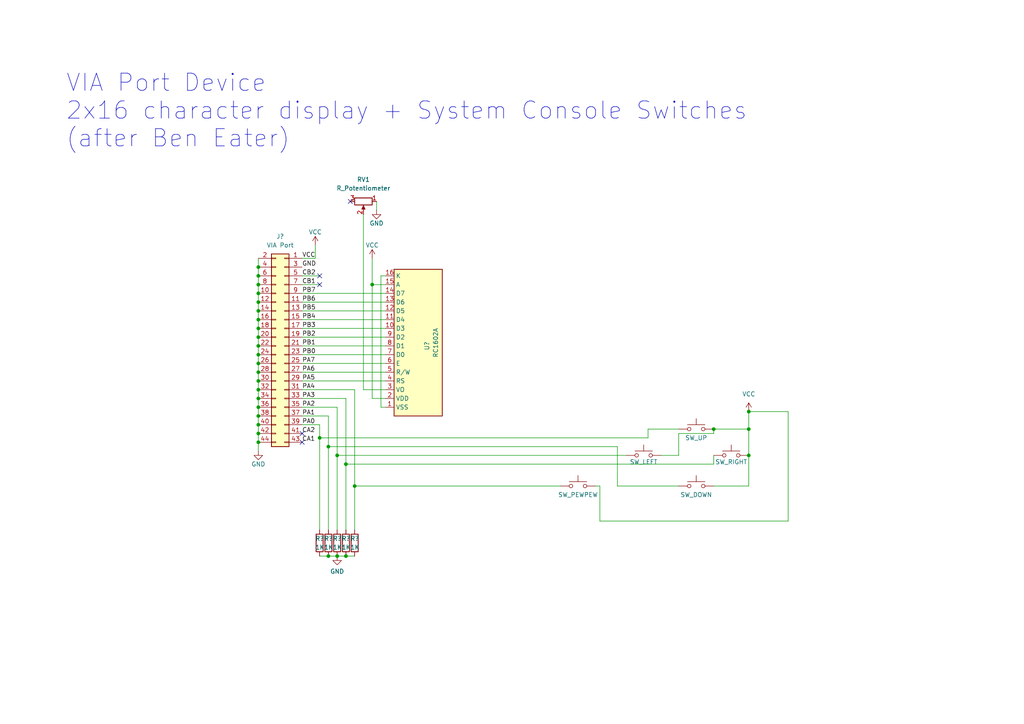
<source format=kicad_sch>
(kicad_sch (version 20211123) (generator eeschema)
  (paper "A4")
  (lib_symbols
    (symbol "Connector_Generic:Conn_02x22_Odd_Even" (pin_names (offset 1.016) hide)
      (property "Reference" "J" (at 1.27 27.94 0))
      (property "Value" "Conn_02x22_Odd_Even" (at 1.27 -30.48 0))
      (symbol "Conn_02x22_Odd_Even_1_1"
        (rectangle (start -1.27 -27.813) (end 0 -28.067) (stroke (width 0.1524)))
        (rectangle (start -1.27 -25.273) (end 0 -25.527) (stroke (width 0.1524)))
        (rectangle (start -1.27 -22.733) (end 0 -22.987) (stroke (width 0.1524)))
        (rectangle (start -1.27 -20.193) (end 0 -20.447) (stroke (width 0.1524)))
        (rectangle (start -1.27 -17.653) (end 0 -17.907) (stroke (width 0.1524)))
        (rectangle (start -1.27 -15.113) (end 0 -15.367) (stroke (width 0.1524)))
        (rectangle (start -1.27 -12.573) (end 0 -12.827) (stroke (width 0.1524)))
        (rectangle (start -1.27 -10.033) (end 0 -10.287) (stroke (width 0.1524)))
        (rectangle (start -1.27 -7.493) (end 0 -7.747) (stroke (width 0.1524)))
        (rectangle (start -1.27 -4.953) (end 0 -5.207) (stroke (width 0.1524)))
        (rectangle (start -1.27 -2.413) (end 0 -2.667) (stroke (width 0.1524)))
        (rectangle (start -1.27 0.127) (end 0 -0.127) (stroke (width 0.1524)))
        (rectangle (start -1.27 2.667) (end 0 2.413) (stroke (width 0.1524)))
        (rectangle (start -1.27 5.207) (end 0 4.953) (stroke (width 0.1524)))
        (rectangle (start -1.27 7.747) (end 0 7.493) (stroke (width 0.1524)))
        (rectangle (start -1.27 10.287) (end 0 10.033) (stroke (width 0.1524)))
        (rectangle (start -1.27 12.827) (end 0 12.573) (stroke (width 0.1524)))
        (rectangle (start -1.27 15.367) (end 0 15.113) (stroke (width 0.1524)))
        (rectangle (start -1.27 17.907) (end 0 17.653) (stroke (width 0.1524)))
        (rectangle (start -1.27 20.447) (end 0 20.193) (stroke (width 0.1524)))
        (rectangle (start -1.27 22.987) (end 0 22.733) (stroke (width 0.1524)))
        (rectangle (start -1.27 25.527) (end 0 25.273) (stroke (width 0.1524)))
        (rectangle (start -1.27 26.67) (end 3.81 -29.21) (stroke (width 0.254)) (fill (type background)))
        (rectangle (start 3.81 -27.813) (end 2.54 -28.067) (stroke (width 0.1524)))
        (rectangle (start 3.81 -25.273) (end 2.54 -25.527) (stroke (width 0.1524)))
        (rectangle (start 3.81 -22.733) (end 2.54 -22.987) (stroke (width 0.1524)))
        (rectangle (start 3.81 -20.193) (end 2.54 -20.447) (stroke (width 0.1524)))
        (rectangle (start 3.81 -17.653) (end 2.54 -17.907) (stroke (width 0.1524)))
        (rectangle (start 3.81 -15.113) (end 2.54 -15.367) (stroke (width 0.1524)))
        (rectangle (start 3.81 -12.573) (end 2.54 -12.827) (stroke (width 0.1524)))
        (rectangle (start 3.81 -10.033) (end 2.54 -10.287) (stroke (width 0.1524)))
        (rectangle (start 3.81 -7.493) (end 2.54 -7.747) (stroke (width 0.1524)))
        (rectangle (start 3.81 -4.953) (end 2.54 -5.207) (stroke (width 0.1524)))
        (rectangle (start 3.81 -2.413) (end 2.54 -2.667) (stroke (width 0.1524)))
        (rectangle (start 3.81 0.127) (end 2.54 -0.127) (stroke (width 0.1524)))
        (rectangle (start 3.81 2.667) (end 2.54 2.413) (stroke (width 0.1524)))
        (rectangle (start 3.81 5.207) (end 2.54 4.953) (stroke (width 0.1524)))
        (rectangle (start 3.81 7.747) (end 2.54 7.493) (stroke (width 0.1524)))
        (rectangle (start 3.81 10.287) (end 2.54 10.033) (stroke (width 0.1524)))
        (rectangle (start 3.81 12.827) (end 2.54 12.573) (stroke (width 0.1524)))
        (rectangle (start 3.81 15.367) (end 2.54 15.113) (stroke (width 0.1524)))
        (rectangle (start 3.81 17.907) (end 2.54 17.653) (stroke (width 0.1524)))
        (rectangle (start 3.81 20.447) (end 2.54 20.193) (stroke (width 0.1524)))
        (rectangle (start 3.81 22.987) (end 2.54 22.733) (stroke (width 0.1524)))
        (rectangle (start 3.81 25.527) (end 2.54 25.273) (stroke (width 0.1524)))
        (pin passive line (at -5.08 25.4 0) (length 3.81) (name "Pin_1") (number "1"))
        (pin passive line (at 7.62 15.24 180) (length 3.81) (name "Pin_10") (number "10"))
        (pin passive line (at -5.08 12.7 0) (length 3.81) (name "Pin_11") (number "11"))
        (pin passive line (at 7.62 12.7 180) (length 3.81) (name "Pin_12") (number "12"))
        (pin passive line (at -5.08 10.16 0) (length 3.81) (name "Pin_13") (number "13"))
        (pin passive line (at 7.62 10.16 180) (length 3.81) (name "Pin_14") (number "14"))
        (pin passive line (at -5.08 7.62 0) (length 3.81) (name "Pin_15") (number "15"))
        (pin passive line (at 7.62 7.62 180) (length 3.81) (name "Pin_16") (number "16"))
        (pin passive line (at -5.08 5.08 0) (length 3.81) (name "Pin_17") (number "17"))
        (pin passive line (at 7.62 5.08 180) (length 3.81) (name "Pin_18") (number "18"))
        (pin passive line (at -5.08 2.54 0) (length 3.81) (name "Pin_19") (number "19"))
        (pin passive line (at 7.62 25.4 180) (length 3.81) (name "Pin_2") (number "2"))
        (pin passive line (at 7.62 2.54 180) (length 3.81) (name "Pin_20") (number "20"))
        (pin passive line (at -5.08 0 0) (length 3.81) (name "Pin_21") (number "21"))
        (pin passive line (at 7.62 0 180) (length 3.81) (name "Pin_22") (number "22"))
        (pin passive line (at -5.08 -2.54 0) (length 3.81) (name "Pin_23") (number "23"))
        (pin passive line (at 7.62 -2.54 180) (length 3.81) (name "Pin_24") (number "24"))
        (pin passive line (at -5.08 -5.08 0) (length 3.81) (name "Pin_25") (number "25"))
        (pin passive line (at 7.62 -5.08 180) (length 3.81) (name "Pin_26") (number "26"))
        (pin passive line (at -5.08 -7.62 0) (length 3.81) (name "Pin_27") (number "27"))
        (pin passive line (at 7.62 -7.62 180) (length 3.81) (name "Pin_28") (number "28"))
        (pin passive line (at -5.08 -10.16 0) (length 3.81) (name "Pin_29") (number "29"))
        (pin passive line (at -5.08 22.86 0) (length 3.81) (name "Pin_3") (number "3"))
        (pin passive line (at 7.62 -10.16 180) (length 3.81) (name "Pin_30") (number "30"))
        (pin passive line (at -5.08 -12.7 0) (length 3.81) (name "Pin_31") (number "31"))
        (pin passive line (at 7.62 -12.7 180) (length 3.81) (name "Pin_32") (number "32"))
        (pin passive line (at -5.08 -15.24 0) (length 3.81) (name "Pin_33") (number "33"))
        (pin passive line (at 7.62 -15.24 180) (length 3.81) (name "Pin_34") (number "34"))
        (pin passive line (at -5.08 -17.78 0) (length 3.81) (name "Pin_35") (number "35"))
        (pin passive line (at 7.62 -17.78 180) (length 3.81) (name "Pin_36") (number "36"))
        (pin passive line (at -5.08 -20.32 0) (length 3.81) (name "Pin_37") (number "37"))
        (pin passive line (at 7.62 -20.32 180) (length 3.81) (name "Pin_38") (number "38"))
        (pin passive line (at -5.08 -22.86 0) (length 3.81) (name "Pin_39") (number "39"))
        (pin passive line (at 7.62 22.86 180) (length 3.81) (name "Pin_4") (number "4"))
        (pin passive line (at 7.62 -22.86 180) (length 3.81) (name "Pin_40") (number "40"))
        (pin passive line (at -5.08 -25.4 0) (length 3.81) (name "Pin_41") (number "41"))
        (pin passive line (at 7.62 -25.4 180) (length 3.81) (name "Pin_42") (number "42"))
        (pin passive line (at -5.08 -27.94 0) (length 3.81) (name "Pin_43") (number "43"))
        (pin passive line (at 7.62 -27.94 180) (length 3.81) (name "Pin_44") (number "44"))
        (pin passive line (at -5.08 20.32 0) (length 3.81) (name "Pin_5") (number "5"))
        (pin passive line (at 7.62 20.32 180) (length 3.81) (name "Pin_6") (number "6"))
        (pin passive line (at -5.08 17.78 0) (length 3.81) (name "Pin_7") (number "7"))
        (pin passive line (at 7.62 17.78 180) (length 3.81) (name "Pin_8") (number "8"))
        (pin passive line (at -5.08 15.24 0) (length 3.81) (name "Pin_9") (number "9"))
      )
    )
    (symbol "Device:R" (pin_numbers hide) (pin_names (offset 0))
      (property "Reference" "R" (at 2.032 0 90))
      (property "Value" "R" (at 0 0 90))
      (symbol "R_0_1"
        (rectangle (start -1.016 -2.54) (end 1.016 2.54) (stroke (width 0.254)))
      )
      (symbol "R_1_1"
        (pin passive line (at 0 3.81 270) (length 1.27) (name "~") (number "1"))
        (pin passive line (at 0 -3.81 90) (length 1.27) (name "~") (number "2"))
      )
    )
    (symbol "Device:R_Potentiometer" (pin_names (offset 1.016) hide)
      (property "Reference" "RV" (at -4.445 0 90))
      (property "Value" "R_Potentiometer" (at -2.54 0 90))
      (symbol "R_Potentiometer_0_1"
        (polyline (pts (xy 2.54 0) (xy 1.524 0)))
        (polyline (pts (xy 1.143 0) (xy 2.286 0.508) (xy 2.286 -0.508) (xy 1.143 0)) (fill (type outline)))
        (rectangle (start 1.016 2.54) (end -1.016 -2.54) (stroke (width 0.254)))
      )
      (symbol "R_Potentiometer_1_1"
        (pin passive line (at 0 3.81 270) (length 1.27) (name "1") (number "1"))
        (pin passive line (at 3.81 0 180) (length 1.27) (name "2") (number "2"))
        (pin passive line (at 0 -3.81 90) (length 1.27) (name "3") (number "3"))
      )
    )
    (symbol "GND_2" (power) (pin_names (offset 0))
      (property "Value" "GND_2" (at 0 -3.81 0))
      (symbol "GND_2_0_1"
        (polyline (pts (xy 0 0) (xy 0 -1.27) (xy 1.27 -1.27) (xy 0 -2.54) (xy -1.27 -1.27) (xy 0 -1.27)))
      )
      (symbol "GND_2_1_1"
        (pin power_in line (at 0 0 270) (length 0) hide (name "GND") (number "1"))
      )
    )
    (symbol "Switch:SW_Push" (pin_numbers hide) (pin_names (offset 1.016) hide)
      (property "Reference" "SW" (at 1.27 2.54 0))
      (property "Value" "SW_Push" (at 0 -1.524 0))
      (symbol "SW_Push_0_1"
        (circle (center -2.032 0) (radius 0.508))
        (polyline (pts (xy 0 1.27) (xy 0 3.048)))
        (polyline (pts (xy 2.54 1.27) (xy -2.54 1.27)))
        (circle (center 2.032 0) (radius 0.508))
        (pin passive line (at -5.08 0 0) (length 2.54) (name "1") (number "1"))
        (pin passive line (at 5.08 0 180) (length 2.54) (name "2") (number "2"))
      )
    )
    (symbol "Vega816:RC1602A"
      (property "Reference" "U" (at -1.27 -2.54 0))
      (property "Value" "RC1602A" (at -4.699 -5.08 0))
      (symbol "RC1602A_0_1"
        (rectangle (start -21.59 6.985) (end 20.955 -6.985) (stroke (width 0.254)) (fill (type background)))
      )
      (symbol "RC1602A_1_1"
        (pin power_in line (at -19.05 9.525 270) (length 2.54) (name "VSS") (number "1"))
        (pin bidirectional line (at 3.81 9.525 270) (length 2.54) (name "D3") (number "10"))
        (pin bidirectional line (at 6.35 9.525 270) (length 2.54) (name "D4") (number "11"))
        (pin bidirectional line (at 8.89 9.525 270) (length 2.54) (name "D5") (number "12"))
        (pin bidirectional line (at 11.43 9.525 270) (length 2.54) (name "D6") (number "13"))
        (pin bidirectional line (at 13.97 9.525 270) (length 2.54) (name "D7") (number "14"))
        (pin power_in line (at 16.51 9.525 270) (length 2.54) (name "A") (number "15"))
        (pin power_in line (at 19.05 9.525 270) (length 2.54) (name "K") (number "16"))
        (pin power_in line (at -16.51 9.525 270) (length 2.54) (name "VDD") (number "2"))
        (pin power_in line (at -13.97 9.525 270) (length 2.54) (name "VO") (number "3"))
        (pin input line (at -11.43 9.525 270) (length 2.54) (name "RS") (number "4"))
        (pin input line (at -8.89 9.525 270) (length 2.54) (name "R/W") (number "5"))
        (pin input line (at -6.35 9.525 270) (length 2.54) (name "E") (number "6"))
        (pin bidirectional line (at -3.81 9.525 270) (length 2.54) (name "D0") (number "7"))
        (pin bidirectional line (at -1.27 9.525 270) (length 2.54) (name "D1") (number "8"))
        (pin bidirectional line (at 1.27 9.525 270) (length 2.54) (name "D2") (number "9"))
      )
    )
    (symbol "power:GND" (power) (pin_names (offset 0))
      (property "Value" "GND" (at 0 -3.81 0))
      (symbol "GND_0_1"
        (polyline (pts (xy 0 0) (xy 0 -1.27) (xy 1.27 -1.27) (xy 0 -2.54) (xy -1.27 -1.27) (xy 0 -1.27)))
      )
      (symbol "GND_1_1"
        (pin power_in line (at 0 0 270) (length 0) hide (name "GND") (number "1"))
      )
    )
    (symbol "power:VCC" (power) (pin_names (offset 0))
      (property "Value" "VCC" (at 0 3.81 0))
      (symbol "VCC_0_1"
        (polyline (pts (xy -0.762 1.27) (xy 0 2.54)))
        (polyline (pts (xy 0 0) (xy 0 2.54)))
        (polyline (pts (xy 0 2.54) (xy 0.762 1.27)))
      )
      (symbol "VCC_1_1"
        (pin power_in line (at 0 0 90) (length 0) hide (name "VCC") (number "1"))
      )
    )
  )
  (junction (at 97.79 161.29))
  (junction (at 74.93 105.41))
  (junction (at 74.93 80.01))
  (junction (at 74.93 100.33))
  (junction (at 74.93 95.25))
  (junction (at 74.93 125.73))
  (junction (at 95.25 129.54))
  (junction (at 100.33 134.62))
  (junction (at 74.93 87.63))
  (junction (at 74.93 118.11))
  (junction (at 74.93 107.95))
  (junction (at 74.93 85.09))
  (junction (at 74.93 82.55))
  (junction (at 74.93 128.27))
  (junction (at 74.93 113.03))
  (junction (at 74.93 90.17))
  (junction (at 97.79 132.08))
  (junction (at 207.01 124.46))
  (junction (at 217.17 132.08))
  (junction (at 102.87 140.97))
  (junction (at 100.33 161.29))
  (junction (at 74.93 115.57))
  (junction (at 217.17 119.38))
  (junction (at 74.93 110.49))
  (junction (at 95.25 161.29))
  (junction (at 74.93 77.47))
  (junction (at 107.95 82.55))
  (junction (at 217.17 124.46))
  (junction (at 92.71 127))
  (junction (at 74.93 120.65))
  (junction (at 74.93 97.79))
  (junction (at 74.93 92.71))
  (junction (at 74.93 123.19))
  (junction (at 74.93 102.87))
  (no_connect (at 101.6 58.42))
  (no_connect (at 87.63 125.73))
  (no_connect (at 87.63 128.27))
  (no_connect (at 92.71 82.55))
  (no_connect (at 92.71 80.01))
  (wire (pts (xy 196.85 132.08) (xy 191.77 132.08)))
  (wire (pts (xy 187.96 127) (xy 187.96 124.46)))
  (wire (pts (xy 102.87 161.29) (xy 100.33 161.29)))
  (wire (pts (xy 74.93 123.19) (xy 74.93 125.73)))
  (wire (pts (xy 87.63 92.71) (xy 111.76 92.71)))
  (wire (pts (xy 97.79 132.08) (xy 181.61 132.08)))
  (wire (pts (xy 105.41 62.23) (xy 105.41 113.03)))
  (wire (pts (xy 87.63 113.03) (xy 102.87 113.03)))
  (wire (pts (xy 87.63 80.01) (xy 92.71 80.01)))
  (wire (pts (xy 228.6 151.13) (xy 228.6 119.38)))
  (wire (pts (xy 179.07 140.97) (xy 196.85 140.97)))
  (wire (pts (xy 74.93 120.65) (xy 74.93 123.19)))
  (wire (pts (xy 110.49 118.11) (xy 111.76 118.11)))
  (wire (pts (xy 109.22 58.42) (xy 109.22 60.96)))
  (wire (pts (xy 207.01 134.62) (xy 207.01 132.08)))
  (wire (pts (xy 74.93 80.01) (xy 74.93 82.55)))
  (wire (pts (xy 87.63 90.17) (xy 111.76 90.17)))
  (wire (pts (xy 217.17 124.46) (xy 217.17 132.08)))
  (wire (pts (xy 100.33 134.62) (xy 100.33 153.67)))
  (wire (pts (xy 87.63 123.19) (xy 92.71 123.19)))
  (wire (pts (xy 100.33 134.62) (xy 207.01 134.62)))
  (wire (pts (xy 74.93 102.87) (xy 74.93 105.41)))
  (wire (pts (xy 87.63 120.65) (xy 95.25 120.65)))
  (wire (pts (xy 87.63 97.79) (xy 111.76 97.79)))
  (wire (pts (xy 74.93 74.93) (xy 74.93 77.47)))
  (wire (pts (xy 95.25 161.29) (xy 97.79 161.29)))
  (wire (pts (xy 74.93 118.11) (xy 74.93 120.65)))
  (wire (pts (xy 97.79 132.08) (xy 97.79 153.67)))
  (wire (pts (xy 100.33 134.62) (xy 100.33 115.57)))
  (wire (pts (xy 173.99 140.97) (xy 172.72 140.97)))
  (wire (pts (xy 111.76 82.55) (xy 107.95 82.55)))
  (wire (pts (xy 111.76 80.01) (xy 110.49 80.01)))
  (wire (pts (xy 196.85 125.73) (xy 207.01 125.73)))
  (wire (pts (xy 74.93 107.95) (xy 74.93 110.49)))
  (wire (pts (xy 74.93 90.17) (xy 74.93 92.71)))
  (wire (pts (xy 74.93 95.25) (xy 74.93 97.79)))
  (wire (pts (xy 91.44 71.12) (xy 91.44 74.93)))
  (wire (pts (xy 74.93 77.47) (xy 74.93 80.01)))
  (wire (pts (xy 95.25 129.54) (xy 95.25 120.65)))
  (wire (pts (xy 100.33 115.57) (xy 87.63 115.57)))
  (wire (pts (xy 74.93 97.79) (xy 74.93 100.33)))
  (wire (pts (xy 92.71 127) (xy 92.71 123.19)))
  (wire (pts (xy 105.41 113.03) (xy 111.76 113.03)))
  (wire (pts (xy 74.93 113.03) (xy 74.93 115.57)))
  (wire (pts (xy 179.07 129.54) (xy 179.07 140.97)))
  (wire (pts (xy 87.63 107.95) (xy 111.76 107.95)))
  (wire (pts (xy 173.99 151.13) (xy 228.6 151.13)))
  (wire (pts (xy 74.93 82.55) (xy 74.93 85.09)))
  (wire (pts (xy 74.93 92.71) (xy 74.93 95.25)))
  (wire (pts (xy 217.17 132.08) (xy 217.17 140.97)))
  (wire (pts (xy 74.93 87.63) (xy 74.93 90.17)))
  (wire (pts (xy 74.93 110.49) (xy 74.93 113.03)))
  (wire (pts (xy 74.93 85.09) (xy 74.93 87.63)))
  (wire (pts (xy 207.01 124.46) (xy 217.17 124.46)))
  (wire (pts (xy 228.6 119.38) (xy 217.17 119.38)))
  (wire (pts (xy 87.63 105.41) (xy 111.76 105.41)))
  (wire (pts (xy 92.71 127) (xy 187.96 127)))
  (wire (pts (xy 97.79 161.29) (xy 100.33 161.29)))
  (wire (pts (xy 107.95 82.55) (xy 107.95 115.57)))
  (wire (pts (xy 187.96 124.46) (xy 196.85 124.46)))
  (wire (pts (xy 87.63 85.09) (xy 111.76 85.09)))
  (wire (pts (xy 74.93 128.27) (xy 74.93 130.81)))
  (wire (pts (xy 87.63 110.49) (xy 111.76 110.49)))
  (wire (pts (xy 95.25 161.29) (xy 92.71 161.29)))
  (wire (pts (xy 92.71 127) (xy 92.71 153.67)))
  (wire (pts (xy 196.85 125.73) (xy 196.85 132.08)))
  (wire (pts (xy 87.63 100.33) (xy 111.76 100.33)))
  (wire (pts (xy 97.79 132.08) (xy 97.79 118.11)))
  (wire (pts (xy 87.63 95.25) (xy 111.76 95.25)))
  (wire (pts (xy 74.93 125.73) (xy 74.93 128.27)))
  (wire (pts (xy 102.87 140.97) (xy 102.87 153.67)))
  (wire (pts (xy 74.93 100.33) (xy 74.93 102.87)))
  (wire (pts (xy 207.01 140.97) (xy 217.17 140.97)))
  (wire (pts (xy 87.63 102.87) (xy 111.76 102.87)))
  (wire (pts (xy 87.63 87.63) (xy 111.76 87.63)))
  (wire (pts (xy 91.44 74.93) (xy 87.63 74.93)))
  (wire (pts (xy 95.25 129.54) (xy 179.07 129.54)))
  (wire (pts (xy 102.87 140.97) (xy 162.56 140.97)))
  (wire (pts (xy 97.79 118.11) (xy 87.63 118.11)))
  (wire (pts (xy 217.17 119.38) (xy 217.17 124.46)))
  (wire (pts (xy 95.25 129.54) (xy 95.25 153.67)))
  (wire (pts (xy 102.87 113.03) (xy 102.87 140.97)))
  (wire (pts (xy 207.01 125.73) (xy 207.01 124.46)))
  (wire (pts (xy 74.93 115.57) (xy 74.93 118.11)))
  (wire (pts (xy 87.63 82.55) (xy 92.71 82.55)))
  (wire (pts (xy 110.49 80.01) (xy 110.49 118.11)))
  (wire (pts (xy 74.93 105.41) (xy 74.93 107.95)))
  (wire (pts (xy 107.95 74.93) (xy 107.95 82.55)))
  (wire (pts (xy 173.99 151.13) (xy 173.99 140.97)))
  (wire (pts (xy 111.76 115.57) (xy 107.95 115.57)))
  (text "VIA Port Device\n2x16 character display + System Console Switches \n(after Ben Eater)" (at 19.05 43.18 0) (effects (font (size 5 5)) (justify left bottom)))
  (label "PA7" (at 87.63 105.41 0))
  (label "CA1" (at 87.63 128.27 0))
  (label "CA2" (at 87.63 125.73 0))
  (label "CB1" (at 87.63 82.55 0))
  (label "PA0" (at 87.63 123.19 0))
  (label "PA5" (at 87.63 110.49 0))
  (label "PB2" (at 87.63 97.79 0))
  (label "PB4" (at 87.63 92.71 0))
  (label "PB1" (at 87.63 100.33 0))
  (label "VCC" (at 87.63 74.93 0))
  (label "CB2" (at 87.63 80.01 0))
  (label "PB3" (at 87.63 95.25 0))
  (label "GND" (at 87.63 77.47 0))
  (label "PA3" (at 87.63 115.57 0))
  (label "PA4" (at 87.63 113.03 0))
  (label "PA2" (at 87.63 118.11 0))
  (label "PB7" (at 87.63 85.09 0))
  (label "PA6" (at 87.63 107.95 0))
  (label "PA1" (at 87.63 120.65 0))
  (label "PB6" (at 87.63 87.63 0))
  (label "PB5" (at 87.63 90.17 0))
  (label "PB0" (at 87.63 102.87 0))
  (symbol (lib_id "Device:R") (at 95.25 157.48 180) (unit 1)
    (property "Reference" "R?" (at 93.98 156.21 0) (effects (justify right)))
    (property "Value" "1K" (at 93.98 158.75 0) (effects (justify right)))
  )
  (symbol (lib_id "Switch:SW_Push") (at 201.93 140.97 0) (unit 1)
    (property "Reference" "SW_DOWN" (at 201.93 143.51 0))
    (property "Value" "SW_Push" (effects hide))
  )
  (symbol (lib_id "power:VCC") (at 217.17 119.38 0) (unit 1)
    (property "Reference" "#PWR?" (effects hide))
    (property "Value" "VCC" (at 217.17 114.3 0))
  )
  (symbol (lib_id "Device:R") (at 102.87 157.48 180) (unit 1)
    (property "Reference" "R?" (at 101.6 156.21 0) (effects (justify right)))
    (property "Value" "1K" (at 101.6 158.75 0) (effects (justify right)))
  )
  (symbol (lib_id "Device:R") (at 100.33 157.48 180) (unit 1)
    (property "Reference" "R?" (at 99.06 156.21 0) (effects (justify right)))
    (property "Value" "1K" (at 99.06 158.75 0) (effects (justify right)))
  )
  (symbol (lib_name "GND_2") (lib_id "power:GND") (at 109.22 60.96 0) (unit 1)
    (property "Reference" "#PWR0221" (effects hide))
    (property "Value" "GND" (at 109.22 64.77 0))
  )
  (symbol (lib_id "power:GND") (at 97.79 161.29 0) (unit 1)
    (property "Reference" "#PWR?" (effects hide))
    (property "Value" "GND" (at 97.79 165.735 0))
  )
  (symbol (lib_id "Switch:SW_Push") (at 186.69 132.08 0) (unit 1)
    (property "Reference" "SW_LEFT" (at 186.69 133.985 0))
    (property "Value" "SW_Push" (effects hide))
  )
  (symbol (lib_id "Connector_Generic:Conn_02x22_Odd_Even") (at 82.55 100.33 0) (mirror y) (unit 1)
    (property "Reference" "J?" (at 81.28 68.58 0))
    (property "Value" "VIA Port" (at 81.28 71.12 0))
  )
  (symbol (lib_id "Device:R_Potentiometer") (at 105.41 58.42 270) (unit 1)
    (property "Reference" "RV1" (at 105.41 52.07 90))
    (property "Value" "R_Potentiometer" (at 105.41 54.61 90))
  )
  (symbol (lib_id "Switch:SW_Push") (at 167.64 140.97 0) (unit 1)
    (property "Reference" "SW_PEWPEW" (at 167.64 143.51 0))
    (property "Value" "SW_Push" (effects hide))
  )
  (symbol (lib_id "power:VCC") (at 107.95 74.93 0) (unit 1)
    (property "Reference" "#PWR?" (effects hide))
    (property "Value" "VCC" (at 107.95 71.12 0))
  )
  (symbol (lib_id "power:VCC") (at 91.44 71.12 0) (unit 1)
    (property "Reference" "#PWR?" (effects hide))
    (property "Value" "VCC" (at 91.44 67.31 0))
  )
  (symbol (lib_id "Switch:SW_Push") (at 201.93 124.46 0) (unit 1)
    (property "Reference" "SW_UP" (at 201.93 127 0))
    (property "Value" "SW_Push" (effects hide))
  )
  (symbol (lib_id "Switch:SW_Push") (at 212.09 132.08 0) (unit 1)
    (property "Reference" "SW_RIGHT" (at 212.09 133.985 0))
    (property "Value" "SW_Push" (effects hide))
  )
  (symbol (lib_id "Device:R") (at 97.79 157.48 180) (unit 1)
    (property "Reference" "R?" (at 96.52 156.21 0) (effects (justify right)))
    (property "Value" "1K" (at 96.52 158.75 0) (effects (justify right)))
  )
  (symbol (lib_id "Device:R") (at 92.71 157.48 180) (unit 1)
    (property "Reference" "R?" (at 91.44 156.21 0) (effects (justify right)))
    (property "Value" "1K" (at 91.44 158.75 0) (effects (justify right)))
  )
  (symbol (lib_id "Vega816:RC1602A") (at 121.285 99.06 90) (unit 1)
    (property "Reference" "U?" (at 123.825 100.33 0))
    (property "Value" "RC1602A" (at 126.365 103.759 0) (effects (justify left)))
    (property "Footprint" "Display:RC1602A" (effects hide))
    (property "Datasheet" "https://www.raystar-optronics.com/upload_files/monochrome-lcd-module/16x2-character-lcd-display/RC1602A-lcd-display-16x2-datasheet.pdf" (effects hide))
  )
  (symbol (lib_name "GND_2") (lib_id "power:GND") (at 74.93 130.81 0) (unit 1)
    (property "Reference" "#PWR?" (effects hide))
    (property "Value" "GND" (at 74.93 134.62 0))
  )
)
</source>
